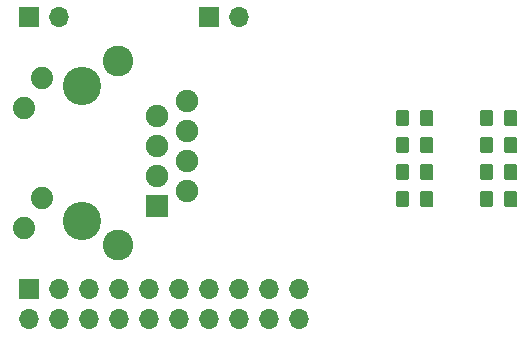
<source format=gbr>
G04 #@! TF.GenerationSoftware,KiCad,Pcbnew,(5.1.5)-3*
G04 #@! TF.CreationDate,2020-07-18T04:54:50-04:00*
G04 #@! TF.ProjectId,MONster64 - NetModule,4d4f4e73-7465-4723-9634-202d204e6574,rev?*
G04 #@! TF.SameCoordinates,Original*
G04 #@! TF.FileFunction,Soldermask,Bot*
G04 #@! TF.FilePolarity,Negative*
%FSLAX46Y46*%
G04 Gerber Fmt 4.6, Leading zero omitted, Abs format (unit mm)*
G04 Created by KiCad (PCBNEW (5.1.5)-3) date 2020-07-18 04:54:50*
%MOMM*%
%LPD*%
G04 APERTURE LIST*
%ADD10C,0.100000*%
%ADD11R,1.900000X1.900000*%
%ADD12C,1.900000*%
%ADD13C,1.890000*%
%ADD14C,2.600000*%
%ADD15C,3.250000*%
%ADD16R,1.700000X1.700000*%
%ADD17O,1.700000X1.700000*%
G04 APERTURE END LIST*
D10*
G36*
X178285505Y-90550704D02*
G01*
X178309773Y-90554304D01*
X178333572Y-90560265D01*
X178356671Y-90568530D01*
X178378850Y-90579020D01*
X178399893Y-90591632D01*
X178419599Y-90606247D01*
X178437777Y-90622723D01*
X178454253Y-90640901D01*
X178468868Y-90660607D01*
X178481480Y-90681650D01*
X178491970Y-90703829D01*
X178500235Y-90726928D01*
X178506196Y-90750727D01*
X178509796Y-90774995D01*
X178511000Y-90799499D01*
X178511000Y-91699501D01*
X178509796Y-91724005D01*
X178506196Y-91748273D01*
X178500235Y-91772072D01*
X178491970Y-91795171D01*
X178481480Y-91817350D01*
X178468868Y-91838393D01*
X178454253Y-91858099D01*
X178437777Y-91876277D01*
X178419599Y-91892753D01*
X178399893Y-91907368D01*
X178378850Y-91919980D01*
X178356671Y-91930470D01*
X178333572Y-91938735D01*
X178309773Y-91944696D01*
X178285505Y-91948296D01*
X178261001Y-91949500D01*
X177610999Y-91949500D01*
X177586495Y-91948296D01*
X177562227Y-91944696D01*
X177538428Y-91938735D01*
X177515329Y-91930470D01*
X177493150Y-91919980D01*
X177472107Y-91907368D01*
X177452401Y-91892753D01*
X177434223Y-91876277D01*
X177417747Y-91858099D01*
X177403132Y-91838393D01*
X177390520Y-91817350D01*
X177380030Y-91795171D01*
X177371765Y-91772072D01*
X177365804Y-91748273D01*
X177362204Y-91724005D01*
X177361000Y-91699501D01*
X177361000Y-90799499D01*
X177362204Y-90774995D01*
X177365804Y-90750727D01*
X177371765Y-90726928D01*
X177380030Y-90703829D01*
X177390520Y-90681650D01*
X177403132Y-90660607D01*
X177417747Y-90640901D01*
X177434223Y-90622723D01*
X177452401Y-90606247D01*
X177472107Y-90591632D01*
X177493150Y-90579020D01*
X177515329Y-90568530D01*
X177538428Y-90560265D01*
X177562227Y-90554304D01*
X177586495Y-90550704D01*
X177610999Y-90549500D01*
X178261001Y-90549500D01*
X178285505Y-90550704D01*
G37*
G36*
X176235505Y-90550704D02*
G01*
X176259773Y-90554304D01*
X176283572Y-90560265D01*
X176306671Y-90568530D01*
X176328850Y-90579020D01*
X176349893Y-90591632D01*
X176369599Y-90606247D01*
X176387777Y-90622723D01*
X176404253Y-90640901D01*
X176418868Y-90660607D01*
X176431480Y-90681650D01*
X176441970Y-90703829D01*
X176450235Y-90726928D01*
X176456196Y-90750727D01*
X176459796Y-90774995D01*
X176461000Y-90799499D01*
X176461000Y-91699501D01*
X176459796Y-91724005D01*
X176456196Y-91748273D01*
X176450235Y-91772072D01*
X176441970Y-91795171D01*
X176431480Y-91817350D01*
X176418868Y-91838393D01*
X176404253Y-91858099D01*
X176387777Y-91876277D01*
X176369599Y-91892753D01*
X176349893Y-91907368D01*
X176328850Y-91919980D01*
X176306671Y-91930470D01*
X176283572Y-91938735D01*
X176259773Y-91944696D01*
X176235505Y-91948296D01*
X176211001Y-91949500D01*
X175560999Y-91949500D01*
X175536495Y-91948296D01*
X175512227Y-91944696D01*
X175488428Y-91938735D01*
X175465329Y-91930470D01*
X175443150Y-91919980D01*
X175422107Y-91907368D01*
X175402401Y-91892753D01*
X175384223Y-91876277D01*
X175367747Y-91858099D01*
X175353132Y-91838393D01*
X175340520Y-91817350D01*
X175330030Y-91795171D01*
X175321765Y-91772072D01*
X175315804Y-91748273D01*
X175312204Y-91724005D01*
X175311000Y-91699501D01*
X175311000Y-90799499D01*
X175312204Y-90774995D01*
X175315804Y-90750727D01*
X175321765Y-90726928D01*
X175330030Y-90703829D01*
X175340520Y-90681650D01*
X175353132Y-90660607D01*
X175367747Y-90640901D01*
X175384223Y-90622723D01*
X175402401Y-90606247D01*
X175422107Y-90591632D01*
X175443150Y-90579020D01*
X175465329Y-90568530D01*
X175488428Y-90560265D01*
X175512227Y-90554304D01*
X175536495Y-90550704D01*
X175560999Y-90549500D01*
X176211001Y-90549500D01*
X176235505Y-90550704D01*
G37*
G36*
X176235505Y-92836704D02*
G01*
X176259773Y-92840304D01*
X176283572Y-92846265D01*
X176306671Y-92854530D01*
X176328850Y-92865020D01*
X176349893Y-92877632D01*
X176369599Y-92892247D01*
X176387777Y-92908723D01*
X176404253Y-92926901D01*
X176418868Y-92946607D01*
X176431480Y-92967650D01*
X176441970Y-92989829D01*
X176450235Y-93012928D01*
X176456196Y-93036727D01*
X176459796Y-93060995D01*
X176461000Y-93085499D01*
X176461000Y-93985501D01*
X176459796Y-94010005D01*
X176456196Y-94034273D01*
X176450235Y-94058072D01*
X176441970Y-94081171D01*
X176431480Y-94103350D01*
X176418868Y-94124393D01*
X176404253Y-94144099D01*
X176387777Y-94162277D01*
X176369599Y-94178753D01*
X176349893Y-94193368D01*
X176328850Y-94205980D01*
X176306671Y-94216470D01*
X176283572Y-94224735D01*
X176259773Y-94230696D01*
X176235505Y-94234296D01*
X176211001Y-94235500D01*
X175560999Y-94235500D01*
X175536495Y-94234296D01*
X175512227Y-94230696D01*
X175488428Y-94224735D01*
X175465329Y-94216470D01*
X175443150Y-94205980D01*
X175422107Y-94193368D01*
X175402401Y-94178753D01*
X175384223Y-94162277D01*
X175367747Y-94144099D01*
X175353132Y-94124393D01*
X175340520Y-94103350D01*
X175330030Y-94081171D01*
X175321765Y-94058072D01*
X175315804Y-94034273D01*
X175312204Y-94010005D01*
X175311000Y-93985501D01*
X175311000Y-93085499D01*
X175312204Y-93060995D01*
X175315804Y-93036727D01*
X175321765Y-93012928D01*
X175330030Y-92989829D01*
X175340520Y-92967650D01*
X175353132Y-92946607D01*
X175367747Y-92926901D01*
X175384223Y-92908723D01*
X175402401Y-92892247D01*
X175422107Y-92877632D01*
X175443150Y-92865020D01*
X175465329Y-92854530D01*
X175488428Y-92846265D01*
X175512227Y-92840304D01*
X175536495Y-92836704D01*
X175560999Y-92835500D01*
X176211001Y-92835500D01*
X176235505Y-92836704D01*
G37*
G36*
X178285505Y-92836704D02*
G01*
X178309773Y-92840304D01*
X178333572Y-92846265D01*
X178356671Y-92854530D01*
X178378850Y-92865020D01*
X178399893Y-92877632D01*
X178419599Y-92892247D01*
X178437777Y-92908723D01*
X178454253Y-92926901D01*
X178468868Y-92946607D01*
X178481480Y-92967650D01*
X178491970Y-92989829D01*
X178500235Y-93012928D01*
X178506196Y-93036727D01*
X178509796Y-93060995D01*
X178511000Y-93085499D01*
X178511000Y-93985501D01*
X178509796Y-94010005D01*
X178506196Y-94034273D01*
X178500235Y-94058072D01*
X178491970Y-94081171D01*
X178481480Y-94103350D01*
X178468868Y-94124393D01*
X178454253Y-94144099D01*
X178437777Y-94162277D01*
X178419599Y-94178753D01*
X178399893Y-94193368D01*
X178378850Y-94205980D01*
X178356671Y-94216470D01*
X178333572Y-94224735D01*
X178309773Y-94230696D01*
X178285505Y-94234296D01*
X178261001Y-94235500D01*
X177610999Y-94235500D01*
X177586495Y-94234296D01*
X177562227Y-94230696D01*
X177538428Y-94224735D01*
X177515329Y-94216470D01*
X177493150Y-94205980D01*
X177472107Y-94193368D01*
X177452401Y-94178753D01*
X177434223Y-94162277D01*
X177417747Y-94144099D01*
X177403132Y-94124393D01*
X177390520Y-94103350D01*
X177380030Y-94081171D01*
X177371765Y-94058072D01*
X177365804Y-94034273D01*
X177362204Y-94010005D01*
X177361000Y-93985501D01*
X177361000Y-93085499D01*
X177362204Y-93060995D01*
X177365804Y-93036727D01*
X177371765Y-93012928D01*
X177380030Y-92989829D01*
X177390520Y-92967650D01*
X177403132Y-92946607D01*
X177417747Y-92926901D01*
X177434223Y-92908723D01*
X177452401Y-92892247D01*
X177472107Y-92877632D01*
X177493150Y-92865020D01*
X177515329Y-92854530D01*
X177538428Y-92846265D01*
X177562227Y-92840304D01*
X177586495Y-92836704D01*
X177610999Y-92835500D01*
X178261001Y-92835500D01*
X178285505Y-92836704D01*
G37*
G36*
X178285505Y-95122704D02*
G01*
X178309773Y-95126304D01*
X178333572Y-95132265D01*
X178356671Y-95140530D01*
X178378850Y-95151020D01*
X178399893Y-95163632D01*
X178419599Y-95178247D01*
X178437777Y-95194723D01*
X178454253Y-95212901D01*
X178468868Y-95232607D01*
X178481480Y-95253650D01*
X178491970Y-95275829D01*
X178500235Y-95298928D01*
X178506196Y-95322727D01*
X178509796Y-95346995D01*
X178511000Y-95371499D01*
X178511000Y-96271501D01*
X178509796Y-96296005D01*
X178506196Y-96320273D01*
X178500235Y-96344072D01*
X178491970Y-96367171D01*
X178481480Y-96389350D01*
X178468868Y-96410393D01*
X178454253Y-96430099D01*
X178437777Y-96448277D01*
X178419599Y-96464753D01*
X178399893Y-96479368D01*
X178378850Y-96491980D01*
X178356671Y-96502470D01*
X178333572Y-96510735D01*
X178309773Y-96516696D01*
X178285505Y-96520296D01*
X178261001Y-96521500D01*
X177610999Y-96521500D01*
X177586495Y-96520296D01*
X177562227Y-96516696D01*
X177538428Y-96510735D01*
X177515329Y-96502470D01*
X177493150Y-96491980D01*
X177472107Y-96479368D01*
X177452401Y-96464753D01*
X177434223Y-96448277D01*
X177417747Y-96430099D01*
X177403132Y-96410393D01*
X177390520Y-96389350D01*
X177380030Y-96367171D01*
X177371765Y-96344072D01*
X177365804Y-96320273D01*
X177362204Y-96296005D01*
X177361000Y-96271501D01*
X177361000Y-95371499D01*
X177362204Y-95346995D01*
X177365804Y-95322727D01*
X177371765Y-95298928D01*
X177380030Y-95275829D01*
X177390520Y-95253650D01*
X177403132Y-95232607D01*
X177417747Y-95212901D01*
X177434223Y-95194723D01*
X177452401Y-95178247D01*
X177472107Y-95163632D01*
X177493150Y-95151020D01*
X177515329Y-95140530D01*
X177538428Y-95132265D01*
X177562227Y-95126304D01*
X177586495Y-95122704D01*
X177610999Y-95121500D01*
X178261001Y-95121500D01*
X178285505Y-95122704D01*
G37*
G36*
X176235505Y-95122704D02*
G01*
X176259773Y-95126304D01*
X176283572Y-95132265D01*
X176306671Y-95140530D01*
X176328850Y-95151020D01*
X176349893Y-95163632D01*
X176369599Y-95178247D01*
X176387777Y-95194723D01*
X176404253Y-95212901D01*
X176418868Y-95232607D01*
X176431480Y-95253650D01*
X176441970Y-95275829D01*
X176450235Y-95298928D01*
X176456196Y-95322727D01*
X176459796Y-95346995D01*
X176461000Y-95371499D01*
X176461000Y-96271501D01*
X176459796Y-96296005D01*
X176456196Y-96320273D01*
X176450235Y-96344072D01*
X176441970Y-96367171D01*
X176431480Y-96389350D01*
X176418868Y-96410393D01*
X176404253Y-96430099D01*
X176387777Y-96448277D01*
X176369599Y-96464753D01*
X176349893Y-96479368D01*
X176328850Y-96491980D01*
X176306671Y-96502470D01*
X176283572Y-96510735D01*
X176259773Y-96516696D01*
X176235505Y-96520296D01*
X176211001Y-96521500D01*
X175560999Y-96521500D01*
X175536495Y-96520296D01*
X175512227Y-96516696D01*
X175488428Y-96510735D01*
X175465329Y-96502470D01*
X175443150Y-96491980D01*
X175422107Y-96479368D01*
X175402401Y-96464753D01*
X175384223Y-96448277D01*
X175367747Y-96430099D01*
X175353132Y-96410393D01*
X175340520Y-96389350D01*
X175330030Y-96367171D01*
X175321765Y-96344072D01*
X175315804Y-96320273D01*
X175312204Y-96296005D01*
X175311000Y-96271501D01*
X175311000Y-95371499D01*
X175312204Y-95346995D01*
X175315804Y-95322727D01*
X175321765Y-95298928D01*
X175330030Y-95275829D01*
X175340520Y-95253650D01*
X175353132Y-95232607D01*
X175367747Y-95212901D01*
X175384223Y-95194723D01*
X175402401Y-95178247D01*
X175422107Y-95163632D01*
X175443150Y-95151020D01*
X175465329Y-95140530D01*
X175488428Y-95132265D01*
X175512227Y-95126304D01*
X175536495Y-95122704D01*
X175560999Y-95121500D01*
X176211001Y-95121500D01*
X176235505Y-95122704D01*
G37*
G36*
X178285505Y-97408704D02*
G01*
X178309773Y-97412304D01*
X178333572Y-97418265D01*
X178356671Y-97426530D01*
X178378850Y-97437020D01*
X178399893Y-97449632D01*
X178419599Y-97464247D01*
X178437777Y-97480723D01*
X178454253Y-97498901D01*
X178468868Y-97518607D01*
X178481480Y-97539650D01*
X178491970Y-97561829D01*
X178500235Y-97584928D01*
X178506196Y-97608727D01*
X178509796Y-97632995D01*
X178511000Y-97657499D01*
X178511000Y-98557501D01*
X178509796Y-98582005D01*
X178506196Y-98606273D01*
X178500235Y-98630072D01*
X178491970Y-98653171D01*
X178481480Y-98675350D01*
X178468868Y-98696393D01*
X178454253Y-98716099D01*
X178437777Y-98734277D01*
X178419599Y-98750753D01*
X178399893Y-98765368D01*
X178378850Y-98777980D01*
X178356671Y-98788470D01*
X178333572Y-98796735D01*
X178309773Y-98802696D01*
X178285505Y-98806296D01*
X178261001Y-98807500D01*
X177610999Y-98807500D01*
X177586495Y-98806296D01*
X177562227Y-98802696D01*
X177538428Y-98796735D01*
X177515329Y-98788470D01*
X177493150Y-98777980D01*
X177472107Y-98765368D01*
X177452401Y-98750753D01*
X177434223Y-98734277D01*
X177417747Y-98716099D01*
X177403132Y-98696393D01*
X177390520Y-98675350D01*
X177380030Y-98653171D01*
X177371765Y-98630072D01*
X177365804Y-98606273D01*
X177362204Y-98582005D01*
X177361000Y-98557501D01*
X177361000Y-97657499D01*
X177362204Y-97632995D01*
X177365804Y-97608727D01*
X177371765Y-97584928D01*
X177380030Y-97561829D01*
X177390520Y-97539650D01*
X177403132Y-97518607D01*
X177417747Y-97498901D01*
X177434223Y-97480723D01*
X177452401Y-97464247D01*
X177472107Y-97449632D01*
X177493150Y-97437020D01*
X177515329Y-97426530D01*
X177538428Y-97418265D01*
X177562227Y-97412304D01*
X177586495Y-97408704D01*
X177610999Y-97407500D01*
X178261001Y-97407500D01*
X178285505Y-97408704D01*
G37*
G36*
X176235505Y-97408704D02*
G01*
X176259773Y-97412304D01*
X176283572Y-97418265D01*
X176306671Y-97426530D01*
X176328850Y-97437020D01*
X176349893Y-97449632D01*
X176369599Y-97464247D01*
X176387777Y-97480723D01*
X176404253Y-97498901D01*
X176418868Y-97518607D01*
X176431480Y-97539650D01*
X176441970Y-97561829D01*
X176450235Y-97584928D01*
X176456196Y-97608727D01*
X176459796Y-97632995D01*
X176461000Y-97657499D01*
X176461000Y-98557501D01*
X176459796Y-98582005D01*
X176456196Y-98606273D01*
X176450235Y-98630072D01*
X176441970Y-98653171D01*
X176431480Y-98675350D01*
X176418868Y-98696393D01*
X176404253Y-98716099D01*
X176387777Y-98734277D01*
X176369599Y-98750753D01*
X176349893Y-98765368D01*
X176328850Y-98777980D01*
X176306671Y-98788470D01*
X176283572Y-98796735D01*
X176259773Y-98802696D01*
X176235505Y-98806296D01*
X176211001Y-98807500D01*
X175560999Y-98807500D01*
X175536495Y-98806296D01*
X175512227Y-98802696D01*
X175488428Y-98796735D01*
X175465329Y-98788470D01*
X175443150Y-98777980D01*
X175422107Y-98765368D01*
X175402401Y-98750753D01*
X175384223Y-98734277D01*
X175367747Y-98716099D01*
X175353132Y-98696393D01*
X175340520Y-98675350D01*
X175330030Y-98653171D01*
X175321765Y-98630072D01*
X175315804Y-98606273D01*
X175312204Y-98582005D01*
X175311000Y-98557501D01*
X175311000Y-97657499D01*
X175312204Y-97632995D01*
X175315804Y-97608727D01*
X175321765Y-97584928D01*
X175330030Y-97561829D01*
X175340520Y-97539650D01*
X175353132Y-97518607D01*
X175367747Y-97498901D01*
X175384223Y-97480723D01*
X175402401Y-97464247D01*
X175422107Y-97449632D01*
X175443150Y-97437020D01*
X175465329Y-97426530D01*
X175488428Y-97418265D01*
X175512227Y-97412304D01*
X175536495Y-97408704D01*
X175560999Y-97407500D01*
X176211001Y-97407500D01*
X176235505Y-97408704D01*
G37*
G36*
X169123505Y-90550704D02*
G01*
X169147773Y-90554304D01*
X169171572Y-90560265D01*
X169194671Y-90568530D01*
X169216850Y-90579020D01*
X169237893Y-90591632D01*
X169257599Y-90606247D01*
X169275777Y-90622723D01*
X169292253Y-90640901D01*
X169306868Y-90660607D01*
X169319480Y-90681650D01*
X169329970Y-90703829D01*
X169338235Y-90726928D01*
X169344196Y-90750727D01*
X169347796Y-90774995D01*
X169349000Y-90799499D01*
X169349000Y-91699501D01*
X169347796Y-91724005D01*
X169344196Y-91748273D01*
X169338235Y-91772072D01*
X169329970Y-91795171D01*
X169319480Y-91817350D01*
X169306868Y-91838393D01*
X169292253Y-91858099D01*
X169275777Y-91876277D01*
X169257599Y-91892753D01*
X169237893Y-91907368D01*
X169216850Y-91919980D01*
X169194671Y-91930470D01*
X169171572Y-91938735D01*
X169147773Y-91944696D01*
X169123505Y-91948296D01*
X169099001Y-91949500D01*
X168448999Y-91949500D01*
X168424495Y-91948296D01*
X168400227Y-91944696D01*
X168376428Y-91938735D01*
X168353329Y-91930470D01*
X168331150Y-91919980D01*
X168310107Y-91907368D01*
X168290401Y-91892753D01*
X168272223Y-91876277D01*
X168255747Y-91858099D01*
X168241132Y-91838393D01*
X168228520Y-91817350D01*
X168218030Y-91795171D01*
X168209765Y-91772072D01*
X168203804Y-91748273D01*
X168200204Y-91724005D01*
X168199000Y-91699501D01*
X168199000Y-90799499D01*
X168200204Y-90774995D01*
X168203804Y-90750727D01*
X168209765Y-90726928D01*
X168218030Y-90703829D01*
X168228520Y-90681650D01*
X168241132Y-90660607D01*
X168255747Y-90640901D01*
X168272223Y-90622723D01*
X168290401Y-90606247D01*
X168310107Y-90591632D01*
X168331150Y-90579020D01*
X168353329Y-90568530D01*
X168376428Y-90560265D01*
X168400227Y-90554304D01*
X168424495Y-90550704D01*
X168448999Y-90549500D01*
X169099001Y-90549500D01*
X169123505Y-90550704D01*
G37*
G36*
X171173505Y-90550704D02*
G01*
X171197773Y-90554304D01*
X171221572Y-90560265D01*
X171244671Y-90568530D01*
X171266850Y-90579020D01*
X171287893Y-90591632D01*
X171307599Y-90606247D01*
X171325777Y-90622723D01*
X171342253Y-90640901D01*
X171356868Y-90660607D01*
X171369480Y-90681650D01*
X171379970Y-90703829D01*
X171388235Y-90726928D01*
X171394196Y-90750727D01*
X171397796Y-90774995D01*
X171399000Y-90799499D01*
X171399000Y-91699501D01*
X171397796Y-91724005D01*
X171394196Y-91748273D01*
X171388235Y-91772072D01*
X171379970Y-91795171D01*
X171369480Y-91817350D01*
X171356868Y-91838393D01*
X171342253Y-91858099D01*
X171325777Y-91876277D01*
X171307599Y-91892753D01*
X171287893Y-91907368D01*
X171266850Y-91919980D01*
X171244671Y-91930470D01*
X171221572Y-91938735D01*
X171197773Y-91944696D01*
X171173505Y-91948296D01*
X171149001Y-91949500D01*
X170498999Y-91949500D01*
X170474495Y-91948296D01*
X170450227Y-91944696D01*
X170426428Y-91938735D01*
X170403329Y-91930470D01*
X170381150Y-91919980D01*
X170360107Y-91907368D01*
X170340401Y-91892753D01*
X170322223Y-91876277D01*
X170305747Y-91858099D01*
X170291132Y-91838393D01*
X170278520Y-91817350D01*
X170268030Y-91795171D01*
X170259765Y-91772072D01*
X170253804Y-91748273D01*
X170250204Y-91724005D01*
X170249000Y-91699501D01*
X170249000Y-90799499D01*
X170250204Y-90774995D01*
X170253804Y-90750727D01*
X170259765Y-90726928D01*
X170268030Y-90703829D01*
X170278520Y-90681650D01*
X170291132Y-90660607D01*
X170305747Y-90640901D01*
X170322223Y-90622723D01*
X170340401Y-90606247D01*
X170360107Y-90591632D01*
X170381150Y-90579020D01*
X170403329Y-90568530D01*
X170426428Y-90560265D01*
X170450227Y-90554304D01*
X170474495Y-90550704D01*
X170498999Y-90549500D01*
X171149001Y-90549500D01*
X171173505Y-90550704D01*
G37*
G36*
X171173505Y-92836704D02*
G01*
X171197773Y-92840304D01*
X171221572Y-92846265D01*
X171244671Y-92854530D01*
X171266850Y-92865020D01*
X171287893Y-92877632D01*
X171307599Y-92892247D01*
X171325777Y-92908723D01*
X171342253Y-92926901D01*
X171356868Y-92946607D01*
X171369480Y-92967650D01*
X171379970Y-92989829D01*
X171388235Y-93012928D01*
X171394196Y-93036727D01*
X171397796Y-93060995D01*
X171399000Y-93085499D01*
X171399000Y-93985501D01*
X171397796Y-94010005D01*
X171394196Y-94034273D01*
X171388235Y-94058072D01*
X171379970Y-94081171D01*
X171369480Y-94103350D01*
X171356868Y-94124393D01*
X171342253Y-94144099D01*
X171325777Y-94162277D01*
X171307599Y-94178753D01*
X171287893Y-94193368D01*
X171266850Y-94205980D01*
X171244671Y-94216470D01*
X171221572Y-94224735D01*
X171197773Y-94230696D01*
X171173505Y-94234296D01*
X171149001Y-94235500D01*
X170498999Y-94235500D01*
X170474495Y-94234296D01*
X170450227Y-94230696D01*
X170426428Y-94224735D01*
X170403329Y-94216470D01*
X170381150Y-94205980D01*
X170360107Y-94193368D01*
X170340401Y-94178753D01*
X170322223Y-94162277D01*
X170305747Y-94144099D01*
X170291132Y-94124393D01*
X170278520Y-94103350D01*
X170268030Y-94081171D01*
X170259765Y-94058072D01*
X170253804Y-94034273D01*
X170250204Y-94010005D01*
X170249000Y-93985501D01*
X170249000Y-93085499D01*
X170250204Y-93060995D01*
X170253804Y-93036727D01*
X170259765Y-93012928D01*
X170268030Y-92989829D01*
X170278520Y-92967650D01*
X170291132Y-92946607D01*
X170305747Y-92926901D01*
X170322223Y-92908723D01*
X170340401Y-92892247D01*
X170360107Y-92877632D01*
X170381150Y-92865020D01*
X170403329Y-92854530D01*
X170426428Y-92846265D01*
X170450227Y-92840304D01*
X170474495Y-92836704D01*
X170498999Y-92835500D01*
X171149001Y-92835500D01*
X171173505Y-92836704D01*
G37*
G36*
X169123505Y-92836704D02*
G01*
X169147773Y-92840304D01*
X169171572Y-92846265D01*
X169194671Y-92854530D01*
X169216850Y-92865020D01*
X169237893Y-92877632D01*
X169257599Y-92892247D01*
X169275777Y-92908723D01*
X169292253Y-92926901D01*
X169306868Y-92946607D01*
X169319480Y-92967650D01*
X169329970Y-92989829D01*
X169338235Y-93012928D01*
X169344196Y-93036727D01*
X169347796Y-93060995D01*
X169349000Y-93085499D01*
X169349000Y-93985501D01*
X169347796Y-94010005D01*
X169344196Y-94034273D01*
X169338235Y-94058072D01*
X169329970Y-94081171D01*
X169319480Y-94103350D01*
X169306868Y-94124393D01*
X169292253Y-94144099D01*
X169275777Y-94162277D01*
X169257599Y-94178753D01*
X169237893Y-94193368D01*
X169216850Y-94205980D01*
X169194671Y-94216470D01*
X169171572Y-94224735D01*
X169147773Y-94230696D01*
X169123505Y-94234296D01*
X169099001Y-94235500D01*
X168448999Y-94235500D01*
X168424495Y-94234296D01*
X168400227Y-94230696D01*
X168376428Y-94224735D01*
X168353329Y-94216470D01*
X168331150Y-94205980D01*
X168310107Y-94193368D01*
X168290401Y-94178753D01*
X168272223Y-94162277D01*
X168255747Y-94144099D01*
X168241132Y-94124393D01*
X168228520Y-94103350D01*
X168218030Y-94081171D01*
X168209765Y-94058072D01*
X168203804Y-94034273D01*
X168200204Y-94010005D01*
X168199000Y-93985501D01*
X168199000Y-93085499D01*
X168200204Y-93060995D01*
X168203804Y-93036727D01*
X168209765Y-93012928D01*
X168218030Y-92989829D01*
X168228520Y-92967650D01*
X168241132Y-92946607D01*
X168255747Y-92926901D01*
X168272223Y-92908723D01*
X168290401Y-92892247D01*
X168310107Y-92877632D01*
X168331150Y-92865020D01*
X168353329Y-92854530D01*
X168376428Y-92846265D01*
X168400227Y-92840304D01*
X168424495Y-92836704D01*
X168448999Y-92835500D01*
X169099001Y-92835500D01*
X169123505Y-92836704D01*
G37*
G36*
X169123505Y-95122704D02*
G01*
X169147773Y-95126304D01*
X169171572Y-95132265D01*
X169194671Y-95140530D01*
X169216850Y-95151020D01*
X169237893Y-95163632D01*
X169257599Y-95178247D01*
X169275777Y-95194723D01*
X169292253Y-95212901D01*
X169306868Y-95232607D01*
X169319480Y-95253650D01*
X169329970Y-95275829D01*
X169338235Y-95298928D01*
X169344196Y-95322727D01*
X169347796Y-95346995D01*
X169349000Y-95371499D01*
X169349000Y-96271501D01*
X169347796Y-96296005D01*
X169344196Y-96320273D01*
X169338235Y-96344072D01*
X169329970Y-96367171D01*
X169319480Y-96389350D01*
X169306868Y-96410393D01*
X169292253Y-96430099D01*
X169275777Y-96448277D01*
X169257599Y-96464753D01*
X169237893Y-96479368D01*
X169216850Y-96491980D01*
X169194671Y-96502470D01*
X169171572Y-96510735D01*
X169147773Y-96516696D01*
X169123505Y-96520296D01*
X169099001Y-96521500D01*
X168448999Y-96521500D01*
X168424495Y-96520296D01*
X168400227Y-96516696D01*
X168376428Y-96510735D01*
X168353329Y-96502470D01*
X168331150Y-96491980D01*
X168310107Y-96479368D01*
X168290401Y-96464753D01*
X168272223Y-96448277D01*
X168255747Y-96430099D01*
X168241132Y-96410393D01*
X168228520Y-96389350D01*
X168218030Y-96367171D01*
X168209765Y-96344072D01*
X168203804Y-96320273D01*
X168200204Y-96296005D01*
X168199000Y-96271501D01*
X168199000Y-95371499D01*
X168200204Y-95346995D01*
X168203804Y-95322727D01*
X168209765Y-95298928D01*
X168218030Y-95275829D01*
X168228520Y-95253650D01*
X168241132Y-95232607D01*
X168255747Y-95212901D01*
X168272223Y-95194723D01*
X168290401Y-95178247D01*
X168310107Y-95163632D01*
X168331150Y-95151020D01*
X168353329Y-95140530D01*
X168376428Y-95132265D01*
X168400227Y-95126304D01*
X168424495Y-95122704D01*
X168448999Y-95121500D01*
X169099001Y-95121500D01*
X169123505Y-95122704D01*
G37*
G36*
X171173505Y-95122704D02*
G01*
X171197773Y-95126304D01*
X171221572Y-95132265D01*
X171244671Y-95140530D01*
X171266850Y-95151020D01*
X171287893Y-95163632D01*
X171307599Y-95178247D01*
X171325777Y-95194723D01*
X171342253Y-95212901D01*
X171356868Y-95232607D01*
X171369480Y-95253650D01*
X171379970Y-95275829D01*
X171388235Y-95298928D01*
X171394196Y-95322727D01*
X171397796Y-95346995D01*
X171399000Y-95371499D01*
X171399000Y-96271501D01*
X171397796Y-96296005D01*
X171394196Y-96320273D01*
X171388235Y-96344072D01*
X171379970Y-96367171D01*
X171369480Y-96389350D01*
X171356868Y-96410393D01*
X171342253Y-96430099D01*
X171325777Y-96448277D01*
X171307599Y-96464753D01*
X171287893Y-96479368D01*
X171266850Y-96491980D01*
X171244671Y-96502470D01*
X171221572Y-96510735D01*
X171197773Y-96516696D01*
X171173505Y-96520296D01*
X171149001Y-96521500D01*
X170498999Y-96521500D01*
X170474495Y-96520296D01*
X170450227Y-96516696D01*
X170426428Y-96510735D01*
X170403329Y-96502470D01*
X170381150Y-96491980D01*
X170360107Y-96479368D01*
X170340401Y-96464753D01*
X170322223Y-96448277D01*
X170305747Y-96430099D01*
X170291132Y-96410393D01*
X170278520Y-96389350D01*
X170268030Y-96367171D01*
X170259765Y-96344072D01*
X170253804Y-96320273D01*
X170250204Y-96296005D01*
X170249000Y-96271501D01*
X170249000Y-95371499D01*
X170250204Y-95346995D01*
X170253804Y-95322727D01*
X170259765Y-95298928D01*
X170268030Y-95275829D01*
X170278520Y-95253650D01*
X170291132Y-95232607D01*
X170305747Y-95212901D01*
X170322223Y-95194723D01*
X170340401Y-95178247D01*
X170360107Y-95163632D01*
X170381150Y-95151020D01*
X170403329Y-95140530D01*
X170426428Y-95132265D01*
X170450227Y-95126304D01*
X170474495Y-95122704D01*
X170498999Y-95121500D01*
X171149001Y-95121500D01*
X171173505Y-95122704D01*
G37*
G36*
X171173505Y-97408704D02*
G01*
X171197773Y-97412304D01*
X171221572Y-97418265D01*
X171244671Y-97426530D01*
X171266850Y-97437020D01*
X171287893Y-97449632D01*
X171307599Y-97464247D01*
X171325777Y-97480723D01*
X171342253Y-97498901D01*
X171356868Y-97518607D01*
X171369480Y-97539650D01*
X171379970Y-97561829D01*
X171388235Y-97584928D01*
X171394196Y-97608727D01*
X171397796Y-97632995D01*
X171399000Y-97657499D01*
X171399000Y-98557501D01*
X171397796Y-98582005D01*
X171394196Y-98606273D01*
X171388235Y-98630072D01*
X171379970Y-98653171D01*
X171369480Y-98675350D01*
X171356868Y-98696393D01*
X171342253Y-98716099D01*
X171325777Y-98734277D01*
X171307599Y-98750753D01*
X171287893Y-98765368D01*
X171266850Y-98777980D01*
X171244671Y-98788470D01*
X171221572Y-98796735D01*
X171197773Y-98802696D01*
X171173505Y-98806296D01*
X171149001Y-98807500D01*
X170498999Y-98807500D01*
X170474495Y-98806296D01*
X170450227Y-98802696D01*
X170426428Y-98796735D01*
X170403329Y-98788470D01*
X170381150Y-98777980D01*
X170360107Y-98765368D01*
X170340401Y-98750753D01*
X170322223Y-98734277D01*
X170305747Y-98716099D01*
X170291132Y-98696393D01*
X170278520Y-98675350D01*
X170268030Y-98653171D01*
X170259765Y-98630072D01*
X170253804Y-98606273D01*
X170250204Y-98582005D01*
X170249000Y-98557501D01*
X170249000Y-97657499D01*
X170250204Y-97632995D01*
X170253804Y-97608727D01*
X170259765Y-97584928D01*
X170268030Y-97561829D01*
X170278520Y-97539650D01*
X170291132Y-97518607D01*
X170305747Y-97498901D01*
X170322223Y-97480723D01*
X170340401Y-97464247D01*
X170360107Y-97449632D01*
X170381150Y-97437020D01*
X170403329Y-97426530D01*
X170426428Y-97418265D01*
X170450227Y-97412304D01*
X170474495Y-97408704D01*
X170498999Y-97407500D01*
X171149001Y-97407500D01*
X171173505Y-97408704D01*
G37*
G36*
X169123505Y-97408704D02*
G01*
X169147773Y-97412304D01*
X169171572Y-97418265D01*
X169194671Y-97426530D01*
X169216850Y-97437020D01*
X169237893Y-97449632D01*
X169257599Y-97464247D01*
X169275777Y-97480723D01*
X169292253Y-97498901D01*
X169306868Y-97518607D01*
X169319480Y-97539650D01*
X169329970Y-97561829D01*
X169338235Y-97584928D01*
X169344196Y-97608727D01*
X169347796Y-97632995D01*
X169349000Y-97657499D01*
X169349000Y-98557501D01*
X169347796Y-98582005D01*
X169344196Y-98606273D01*
X169338235Y-98630072D01*
X169329970Y-98653171D01*
X169319480Y-98675350D01*
X169306868Y-98696393D01*
X169292253Y-98716099D01*
X169275777Y-98734277D01*
X169257599Y-98750753D01*
X169237893Y-98765368D01*
X169216850Y-98777980D01*
X169194671Y-98788470D01*
X169171572Y-98796735D01*
X169147773Y-98802696D01*
X169123505Y-98806296D01*
X169099001Y-98807500D01*
X168448999Y-98807500D01*
X168424495Y-98806296D01*
X168400227Y-98802696D01*
X168376428Y-98796735D01*
X168353329Y-98788470D01*
X168331150Y-98777980D01*
X168310107Y-98765368D01*
X168290401Y-98750753D01*
X168272223Y-98734277D01*
X168255747Y-98716099D01*
X168241132Y-98696393D01*
X168228520Y-98675350D01*
X168218030Y-98653171D01*
X168209765Y-98630072D01*
X168203804Y-98606273D01*
X168200204Y-98582005D01*
X168199000Y-98557501D01*
X168199000Y-97657499D01*
X168200204Y-97632995D01*
X168203804Y-97608727D01*
X168209765Y-97584928D01*
X168218030Y-97561829D01*
X168228520Y-97539650D01*
X168241132Y-97518607D01*
X168255747Y-97498901D01*
X168272223Y-97480723D01*
X168290401Y-97464247D01*
X168310107Y-97449632D01*
X168331150Y-97437020D01*
X168353329Y-97426530D01*
X168376428Y-97418265D01*
X168400227Y-97412304D01*
X168424495Y-97408704D01*
X168448999Y-97407500D01*
X169099001Y-97407500D01*
X169123505Y-97408704D01*
G37*
D11*
X147955000Y-98679000D03*
D12*
X150495000Y-97409000D03*
X147955000Y-96139000D03*
X150495000Y-94869000D03*
X147955000Y-93599000D03*
X150495000Y-92329000D03*
X147955000Y-91059000D03*
X150495000Y-89789000D03*
D13*
X138235000Y-87909000D03*
X136715000Y-90449000D03*
X138235000Y-98019000D03*
X136715000Y-100559000D03*
D14*
X144665000Y-102009000D03*
X144665000Y-86459000D03*
D15*
X141615000Y-99949000D03*
X141615000Y-88519000D03*
D16*
X137160000Y-82740500D03*
D17*
X139700000Y-82740500D03*
X154940000Y-82740500D03*
D16*
X152400000Y-82740500D03*
X137160000Y-105727500D03*
D17*
X137160000Y-108267500D03*
X139700000Y-105727500D03*
X139700000Y-108267500D03*
X142240000Y-105727500D03*
X142240000Y-108267500D03*
X144780000Y-105727500D03*
X144780000Y-108267500D03*
X147320000Y-105727500D03*
X147320000Y-108267500D03*
X149860000Y-105727500D03*
X149860000Y-108267500D03*
X152400000Y-105727500D03*
X152400000Y-108267500D03*
X154940000Y-105727500D03*
X154940000Y-108267500D03*
X157480000Y-105727500D03*
X157480000Y-108267500D03*
X160020000Y-105727500D03*
X160020000Y-108267500D03*
M02*

</source>
